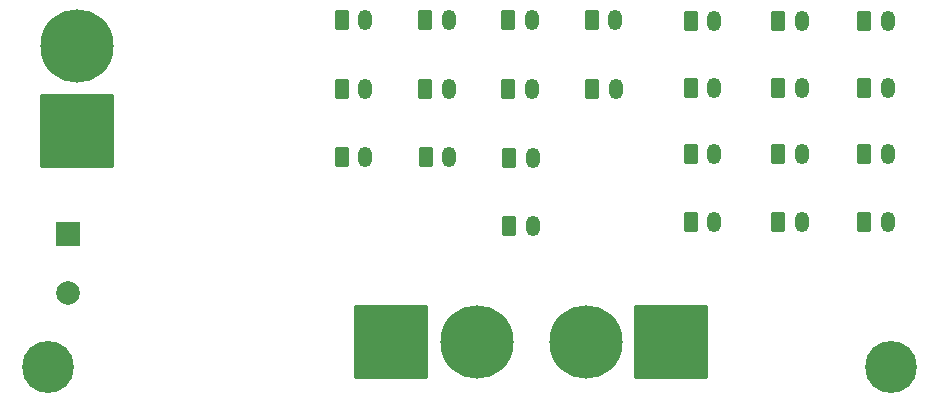
<source format=gbr>
%TF.GenerationSoftware,KiCad,Pcbnew,7.0.8*%
%TF.CreationDate,2023-12-06T00:15:51+05:30*%
%TF.ProjectId,PD Board,50442042-6f61-4726-942e-6b696361645f,V04*%
%TF.SameCoordinates,Original*%
%TF.FileFunction,Soldermask,Bot*%
%TF.FilePolarity,Negative*%
%FSLAX46Y46*%
G04 Gerber Fmt 4.6, Leading zero omitted, Abs format (unit mm)*
G04 Created by KiCad (PCBNEW 7.0.8) date 2023-12-06 00:15:51*
%MOMM*%
%LPD*%
G01*
G04 APERTURE LIST*
G04 Aperture macros list*
%AMRoundRect*
0 Rectangle with rounded corners*
0 $1 Rounding radius*
0 $2 $3 $4 $5 $6 $7 $8 $9 X,Y pos of 4 corners*
0 Add a 4 corners polygon primitive as box body*
4,1,4,$2,$3,$4,$5,$6,$7,$8,$9,$2,$3,0*
0 Add four circle primitives for the rounded corners*
1,1,$1+$1,$2,$3*
1,1,$1+$1,$4,$5*
1,1,$1+$1,$6,$7*
1,1,$1+$1,$8,$9*
0 Add four rect primitives between the rounded corners*
20,1,$1+$1,$2,$3,$4,$5,0*
20,1,$1+$1,$4,$5,$6,$7,0*
20,1,$1+$1,$6,$7,$8,$9,0*
20,1,$1+$1,$8,$9,$2,$3,0*%
G04 Aperture macros list end*
%ADD10RoundRect,0.250000X-0.350000X-0.625000X0.350000X-0.625000X0.350000X0.625000X-0.350000X0.625000X0*%
%ADD11O,1.200000X1.750000*%
%ADD12C,6.204000*%
%ADD13RoundRect,0.102000X3.000000X3.000000X-3.000000X3.000000X-3.000000X-3.000000X3.000000X-3.000000X0*%
%ADD14C,0.700000*%
%ADD15C,4.400000*%
%ADD16RoundRect,0.102000X3.000000X-3.000000X3.000000X3.000000X-3.000000X3.000000X-3.000000X-3.000000X0*%
%ADD17R,2.000000X2.000000*%
%ADD18C,2.000000*%
%ADD19RoundRect,0.102000X-3.000000X-3.000000X3.000000X-3.000000X3.000000X3.000000X-3.000000X3.000000X0*%
G04 APERTURE END LIST*
D10*
%TO.C,P16*%
X239400000Y-81400000D03*
D11*
X241400000Y-81400000D03*
%TD*%
D10*
%TO.C,P19*%
X255125000Y-86950000D03*
D11*
X257125000Y-86950000D03*
%TD*%
D12*
%TO.C,J1*%
X238850000Y-102800000D03*
D13*
X246050000Y-102800000D03*
%TD*%
D14*
%TO.C,H2*%
X191700000Y-104983274D03*
X192183274Y-103816548D03*
X192183274Y-106150000D03*
X193350000Y-103333274D03*
D15*
X193350000Y-104983274D03*
D14*
X193350000Y-106633274D03*
X194516726Y-103816548D03*
X194516726Y-106150000D03*
X195000000Y-104983274D03*
%TD*%
D10*
%TO.C,P7*%
X262425000Y-86950000D03*
D11*
X264425000Y-86950000D03*
%TD*%
D10*
%TO.C,P24*%
X232350000Y-93000000D03*
D11*
X234350000Y-93000000D03*
%TD*%
D10*
%TO.C,P26*%
X247725000Y-81300000D03*
D11*
X249725000Y-81300000D03*
%TD*%
D10*
%TO.C,P13*%
X218200000Y-81400000D03*
D11*
X220200000Y-81400000D03*
%TD*%
D14*
%TO.C,H1*%
X263033274Y-104983274D03*
X263516548Y-103816548D03*
X263516548Y-106150000D03*
X264683274Y-103333274D03*
D15*
X264683274Y-104983274D03*
D14*
X264683274Y-106633274D03*
X265850000Y-103816548D03*
X265850000Y-106150000D03*
X266333274Y-104983274D03*
%TD*%
D10*
%TO.C,P17*%
X255125000Y-75650000D03*
D11*
X257125000Y-75650000D03*
%TD*%
D10*
%TO.C,P21*%
X218200000Y-87200000D03*
D11*
X220200000Y-87200000D03*
%TD*%
D10*
%TO.C,P25*%
X247725000Y-75650000D03*
D11*
X249725000Y-75650000D03*
%TD*%
D10*
%TO.C,P23*%
X232350000Y-87250000D03*
D11*
X234350000Y-87250000D03*
%TD*%
D10*
%TO.C,P4*%
X239350000Y-75600000D03*
D11*
X241350000Y-75600000D03*
%TD*%
D10*
%TO.C,P22*%
X225300000Y-87200000D03*
D11*
X227300000Y-87200000D03*
%TD*%
D10*
%TO.C,P14*%
X225250000Y-81400000D03*
D11*
X227250000Y-81400000D03*
%TD*%
D10*
%TO.C,P28*%
X247725000Y-92650000D03*
D11*
X249725000Y-92650000D03*
%TD*%
D12*
%TO.C,J2*%
X195800000Y-77800000D03*
D16*
X195800000Y-85000000D03*
%TD*%
D17*
%TO.C,C3*%
X195000000Y-93650000D03*
D18*
X195000000Y-98650000D03*
%TD*%
D10*
%TO.C,P27*%
X247725000Y-86950000D03*
D11*
X249725000Y-86950000D03*
%TD*%
D10*
%TO.C,P2*%
X225250000Y-75600000D03*
D11*
X227250000Y-75600000D03*
%TD*%
D10*
%TO.C,P1*%
X218200000Y-75600000D03*
D11*
X220200000Y-75600000D03*
%TD*%
D10*
%TO.C,P5*%
X262425000Y-75650000D03*
D11*
X264425000Y-75650000D03*
%TD*%
D10*
%TO.C,P18*%
X255125000Y-81300000D03*
D11*
X257125000Y-81300000D03*
%TD*%
D10*
%TO.C,P3*%
X232300000Y-75600000D03*
D11*
X234300000Y-75600000D03*
%TD*%
D10*
%TO.C,P15*%
X232300000Y-81400000D03*
D11*
X234300000Y-81400000D03*
%TD*%
D10*
%TO.C,P20*%
X255125000Y-92650000D03*
D11*
X257125000Y-92650000D03*
%TD*%
D10*
%TO.C,P8*%
X262425000Y-92650000D03*
D11*
X264425000Y-92650000D03*
%TD*%
D12*
%TO.C,J7*%
X229600000Y-102800000D03*
D19*
X222400000Y-102800000D03*
%TD*%
D10*
%TO.C,P6*%
X262425000Y-81300000D03*
D11*
X264425000Y-81300000D03*
%TD*%
M02*

</source>
